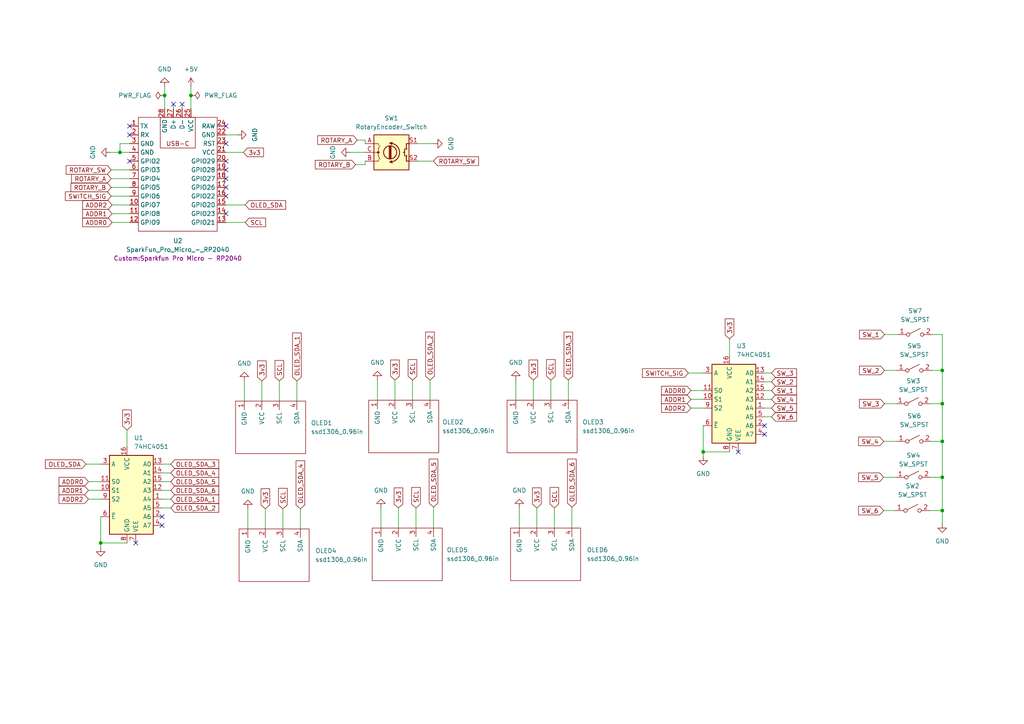
<source format=kicad_sch>
(kicad_sch (version 20211123) (generator eeschema)
  (paper "A4")
  (lib_symbols
    (symbol "74xx:74HC4051"
      (property "Reference" "U" (at -5.08 11.43 0))
      (property "Value" "74HC4051" (at -7.62 -13.97 0))
      (symbol "74HC4051_0_1"
        (rectangle (start -5.08 10.16) (end 7.62 -12.7) (stroke (width 0.254)) (fill (type background)))
      )
      (symbol "74HC4051_1_1"
        (pin passive line (at 10.16 -2.54 180) (length 2.54) (name "A4") (number "1"))
        (pin input line (at -7.62 0 0) (length 2.54) (name "S1") (number "10"))
        (pin input line (at -7.62 2.54 0) (length 2.54) (name "S0") (number "11"))
        (pin passive line (at 10.16 0 180) (length 2.54) (name "A3") (number "12"))
        (pin passive line (at 10.16 7.62 180) (length 2.54) (name "A0") (number "13"))
        (pin passive line (at 10.16 5.08 180) (length 2.54) (name "A1") (number "14"))
        (pin passive line (at 10.16 2.54 180) (length 2.54) (name "A2") (number "15"))
        (pin power_in line (at 0 12.7 270) (length 2.54) (name "VCC") (number "16"))
        (pin passive line (at 10.16 -7.62 180) (length 2.54) (name "A6") (number "2"))
        (pin passive line (at -7.62 7.62 0) (length 2.54) (name "A") (number "3"))
        (pin passive line (at 10.16 -10.16 180) (length 2.54) (name "A7") (number "4"))
        (pin passive line (at 10.16 -5.08 180) (length 2.54) (name "A5") (number "5"))
        (pin input line (at -7.62 -7.62 0) (length 2.54) (name "~{E}") (number "6"))
        (pin power_in line (at 2.54 -15.24 90) (length 2.54) (name "VEE") (number "7"))
        (pin power_in line (at 0 -15.24 90) (length 2.54) (name "GND") (number "8"))
        (pin input line (at -7.62 -2.54 0) (length 2.54) (name "S2") (number "9"))
      )
    )
    (symbol "Custom Library:SparkFun_Pro_Micro_-_RP2040"
      (property "Reference" "U" (at 0 26.67 0))
      (property "Value" "SparkFun_Pro_Micro_-_RP2040" (at 0 29.21 0))
      (property "Footprint" "Custom:Sparkfun Pro Micro - RP2040" (at 0 26.67 0))
      (symbol "SparkFun_Pro_Micro_-_RP2040_0_0"
        (text "USB-C" (at 0 8.89 0) (effects (font (size 1.27 1.27))))
      )
      (symbol "SparkFun_Pro_Micro_-_RP2040_0_1"
        (rectangle (start -11.43 16.51) (end 11.43 -16.51))
        (rectangle (start -5.08 16.51) (end 5.08 7.62))
      )
      (symbol "SparkFun_Pro_Micro_-_RP2040_1_1"
        (pin bidirectional line (at -13.97 13.97 0) (length 2.54) (name "TX") (number "1"))
        (pin bidirectional line (at -13.97 -8.89 0) (length 2.54) (name "GPIO7") (number "10"))
        (pin bidirectional line (at -13.97 -11.43 0) (length 2.54) (name "GPIO8") (number "11"))
        (pin bidirectional line (at -13.97 -13.97 0) (length 2.54) (name "GPIO9") (number "12"))
        (pin bidirectional line (at 13.97 -13.97 180) (length 2.54) (name "GPIO21") (number "13"))
        (pin bidirectional line (at 13.97 -11.43 180) (length 2.54) (name "GPIO23") (number "14"))
        (pin bidirectional line (at 13.97 -8.89 180) (length 2.54) (name "GPIO20") (number "15"))
        (pin bidirectional line (at 13.97 -6.35 180) (length 2.54) (name "GPIO22") (number "16"))
        (pin bidirectional line (at 13.97 -3.81 180) (length 2.54) (name "GPIO26") (number "17"))
        (pin bidirectional line (at 13.97 -1.27 180) (length 2.54) (name "GPIO27") (number "18"))
        (pin bidirectional line (at 13.97 1.27 180) (length 2.54) (name "GPIO28") (number "19"))
        (pin bidirectional line (at -13.97 11.43 0) (length 2.54) (name "RX") (number "2"))
        (pin bidirectional line (at 13.97 3.81 180) (length 2.54) (name "GPIO29") (number "20"))
        (pin power_out line (at 13.97 6.35 180) (length 2.54) (name "VCC") (number "21"))
        (pin power_in line (at 13.97 11.43 180) (length 2.54) (name "GND") (number "22"))
        (pin input line (at 13.97 8.89 180) (length 2.54) (name "RST") (number "23"))
        (pin power_out line (at 13.97 13.97 180) (length 2.54) (name "RAW") (number "24"))
        (pin power_in line (at 3.81 19.05 270) (length 2.54) (name "VCC") (number "25"))
        (pin input line (at 1.27 19.05 270) (length 2.54) (name "D-") (number "26"))
        (pin input line (at -1.27 19.05 270) (length 2.54) (name "D+") (number "27"))
        (pin power_in line (at -3.81 19.05 270) (length 2.54) (name "GND") (number "28"))
        (pin power_in line (at -13.97 8.89 0) (length 2.54) (name "GND") (number "3"))
        (pin power_in line (at -13.97 6.35 0) (length 2.54) (name "GND") (number "4"))
        (pin bidirectional line (at -13.97 3.81 0) (length 2.54) (name "GPIO2") (number "5"))
        (pin bidirectional line (at -13.97 1.27 0) (length 2.54) (name "GPIO3") (number "6"))
        (pin bidirectional line (at -13.97 -1.27 0) (length 2.54) (name "GPIO4") (number "7"))
        (pin bidirectional line (at -13.97 -3.81 0) (length 2.54) (name "GPIO5") (number "8"))
        (pin bidirectional line (at -13.97 -6.35 0) (length 2.54) (name "GPIO6") (number "9"))
      )
    )
    (symbol "Custom Library:ssd1306_0.96in"
      (property "Reference" "U" (at 10.16 -10.16 0))
      (property "Value" "ssd1306_0.96in" (at 10.16 -13.97 0))
      (symbol "ssd1306_0.96in_0_1"
        (rectangle (start 0 0) (end 20.32 -15.24))
      )
      (symbol "ssd1306_0.96in_1_1"
        (pin input line (at 2.54 0 270) (length 2.54) (name "GND") (number "1"))
        (pin input line (at 7.62 0 270) (length 2.54) (name "VCC") (number "2"))
        (pin input line (at 12.7 0 270) (length 2.54) (name "SCL") (number "3"))
        (pin input line (at 17.78 0 270) (length 2.54) (name "SDA") (number "4"))
      )
    )
    (symbol "Device:RotaryEncoder_Switch" (pin_names (offset 0.254) hide)
      (property "Reference" "SW" (at 0 6.604 0))
      (property "Value" "RotaryEncoder_Switch" (at 0 -6.604 0))
      (symbol "RotaryEncoder_Switch_0_1"
        (rectangle (start -5.08 5.08) (end 5.08 -5.08) (stroke (width 0.254)) (fill (type background)))
        (circle (center -3.81 0) (radius 0.254) (fill (type outline)))
        (arc (start -0.381 -2.794) (mid 2.3622 -0.0508) (end -0.381 2.667) (stroke (width 0.254)))
        (circle (center -0.381 0) (radius 1.905) (stroke (width 0.254)))
        (polyline (pts (xy -0.635 -1.778) (xy -0.635 1.778)) (stroke (width 0.254)))
        (polyline (pts (xy -0.381 -1.778) (xy -0.381 1.778)) (stroke (width 0.254)))
        (polyline (pts (xy -0.127 1.778) (xy -0.127 -1.778)) (stroke (width 0.254)))
        (polyline (pts (xy 3.81 0) (xy 3.429 0)) (stroke (width 0.254)))
        (polyline (pts (xy 3.81 1.016) (xy 3.81 -1.016)) (stroke (width 0.254)))
        (polyline (pts (xy -5.08 -2.54) (xy -3.81 -2.54) (xy -3.81 -2.032)))
        (polyline (pts (xy -5.08 2.54) (xy -3.81 2.54) (xy -3.81 2.032)))
        (polyline (pts (xy 0.254 -3.048) (xy -0.508 -2.794) (xy 0.127 -2.413)) (stroke (width 0.254)))
        (polyline (pts (xy 0.254 2.921) (xy -0.508 2.667) (xy 0.127 2.286)) (stroke (width 0.254)))
        (polyline (pts (xy 5.08 -2.54) (xy 4.318 -2.54) (xy 4.318 -1.016)) (stroke (width 0.254)))
        (polyline (pts (xy 5.08 2.54) (xy 4.318 2.54) (xy 4.318 1.016)) (stroke (width 0.254)))
        (polyline (pts (xy -5.08 0) (xy -3.81 0) (xy -3.81 -1.016) (xy -3.302 -2.032)))
        (polyline (pts (xy -4.318 0) (xy -3.81 0) (xy -3.81 1.016) (xy -3.302 2.032)))
        (circle (center 4.318 -1.016) (radius 0.127) (stroke (width 0.254)))
        (circle (center 4.318 1.016) (radius 0.127) (stroke (width 0.254)))
      )
      (symbol "RotaryEncoder_Switch_1_1"
        (pin passive line (at -7.62 2.54 0) (length 2.54) (name "A") (number "A"))
        (pin passive line (at -7.62 -2.54 0) (length 2.54) (name "B") (number "B"))
        (pin passive line (at -7.62 0 0) (length 2.54) (name "C") (number "C"))
        (pin passive line (at 7.62 2.54 180) (length 2.54) (name "S1") (number "S1"))
        (pin passive line (at 7.62 -2.54 180) (length 2.54) (name "S2") (number "S2"))
      )
    )
    (symbol "Switch:SW_SPST" (pin_names (offset 0) hide)
      (property "Reference" "SW" (at 0 3.175 0))
      (property "Value" "SW_SPST" (at 0 -2.54 0))
      (symbol "SW_SPST_0_0"
        (circle (center -2.032 0) (radius 0.508))
        (polyline (pts (xy -1.524 0.254) (xy 1.524 1.778)))
        (circle (center 2.032 0) (radius 0.508))
      )
      (symbol "SW_SPST_1_1"
        (pin passive line (at -5.08 0 0) (length 2.54) (name "A") (number "1"))
        (pin passive line (at 5.08 0 180) (length 2.54) (name "B") (number "2"))
      )
    )
    (symbol "power:+5V" (power) (pin_names (offset 0))
      (property "Value" "+5V" (at 0 3.556 0))
      (symbol "+5V_0_1"
        (polyline (pts (xy -0.762 1.27) (xy 0 2.54)))
        (polyline (pts (xy 0 0) (xy 0 2.54)))
        (polyline (pts (xy 0 2.54) (xy 0.762 1.27)))
      )
      (symbol "+5V_1_1"
        (pin power_in line (at 0 0 90) (length 0) hide (name "+5V") (number "1"))
      )
    )
    (symbol "power:GND" (power) (pin_names (offset 0))
      (property "Value" "GND" (at 0 -3.81 0))
      (symbol "GND_0_1"
        (polyline (pts (xy 0 0) (xy 0 -1.27) (xy 1.27 -1.27) (xy 0 -2.54) (xy -1.27 -1.27) (xy 0 -1.27)))
      )
      (symbol "GND_1_1"
        (pin power_in line (at 0 0 270) (length 0) hide (name "GND") (number "1"))
      )
    )
    (symbol "power:PWR_FLAG" (power) (pin_numbers hide) (pin_names (offset 0) hide)
      (property "Value" "PWR_FLAG" (at 0 3.81 0))
      (symbol "PWR_FLAG_0_0"
        (pin power_out line (at 0 0 90) (length 0) (name "pwr") (number "1"))
      )
      (symbol "PWR_FLAG_0_1"
        (polyline (pts (xy 0 0) (xy 0 1.27) (xy -1.016 1.905) (xy 0 2.54) (xy 1.016 1.905) (xy 0 1.27)))
      )
    )
  )
  (junction (at 34.798 44.196))
  (junction (at 203.962 131.064))
  (junction (at 273.304 107.442))
  (junction (at 29.21 157.48))
  (junction (at 55.372 27.686))
  (junction (at 47.752 27.686))
  (junction (at 273.304 128.016))
  (junction (at 273.304 117.094))
  (junction (at 273.304 148.082))
  (junction (at 273.304 138.43))
  (no_connect (at 52.832 30.226))
  (no_connect (at 37.592 36.576))
  (no_connect (at 221.742 125.984))
  (no_connect (at 65.532 61.976))
  (no_connect (at 39.37 157.48))
  (no_connect (at 221.742 123.444))
  (no_connect (at 214.122 131.064))
  (no_connect (at 50.292 30.226))
  (no_connect (at 65.532 56.896))
  (no_connect (at 65.532 51.816))
  (no_connect (at 46.99 149.86))
  (no_connect (at 37.592 39.116))
  (no_connect (at 65.532 41.656))
  (no_connect (at 46.99 152.4))
  (no_connect (at 65.532 54.356))
  (no_connect (at 37.592 46.736))
  (no_connect (at 65.532 49.276))
  (no_connect (at 65.532 36.576))
  (no_connect (at 65.532 46.736))
  (wire (pts (xy 121.158 46.736) (xy 125.73 46.736)))
  (wire (pts (xy 32.512 61.976) (xy 37.592 61.976)))
  (wire (pts (xy 221.742 118.364) (xy 223.774 118.364)))
  (wire (pts (xy 200.406 113.284) (xy 203.962 113.284)))
  (wire (pts (xy 211.582 98.298) (xy 211.582 103.124)))
  (wire (pts (xy 32.004 44.196) (xy 34.798 44.196)))
  (wire (pts (xy 256.54 117.094) (xy 259.842 117.094)))
  (wire (pts (xy 29.21 149.86) (xy 29.21 157.48)))
  (wire (pts (xy 36.83 157.48) (xy 29.21 157.48)))
  (wire (pts (xy 47.752 25.146) (xy 47.752 27.686)))
  (wire (pts (xy 273.304 128.016) (xy 273.304 138.43)))
  (wire (pts (xy 270.51 97.028) (xy 273.304 97.028)))
  (wire (pts (xy 65.532 59.436) (xy 71.12 59.436)))
  (wire (pts (xy 55.372 27.686) (xy 55.372 31.496)))
  (wire (pts (xy 46.99 134.62) (xy 49.53 134.62)))
  (wire (pts (xy 154.686 110.236) (xy 154.686 116.078)))
  (wire (pts (xy 221.742 110.744) (xy 223.774 110.744)))
  (wire (pts (xy 159.766 110.236) (xy 159.766 116.078)))
  (wire (pts (xy 87.122 147.574) (xy 87.122 153.416)))
  (wire (pts (xy 46.99 147.32) (xy 49.53 147.32)))
  (wire (pts (xy 24.892 134.62) (xy 29.21 134.62)))
  (wire (pts (xy 256.54 97.028) (xy 260.35 97.028)))
  (wire (pts (xy 46.99 142.24) (xy 49.53 142.24)))
  (wire (pts (xy 119.634 110.236) (xy 119.634 116.078)))
  (wire (pts (xy 25.654 142.24) (xy 29.21 142.24)))
  (wire (pts (xy 32.258 49.276) (xy 37.592 49.276)))
  (wire (pts (xy 256.54 107.442) (xy 260.096 107.442)))
  (wire (pts (xy 155.702 147.32) (xy 155.702 153.162)))
  (wire (pts (xy 81.026 110.49) (xy 81.026 116.332)))
  (wire (pts (xy 29.21 157.48) (xy 29.21 158.75)))
  (wire (pts (xy 65.532 44.196) (xy 70.612 44.196)))
  (wire (pts (xy 221.742 120.904) (xy 223.774 120.904)))
  (wire (pts (xy 273.304 107.442) (xy 273.304 117.094)))
  (wire (pts (xy 101.6 44.196) (xy 105.918 44.196)))
  (wire (pts (xy 25.654 144.78) (xy 29.21 144.78)))
  (wire (pts (xy 200.406 115.824) (xy 203.962 115.824)))
  (wire (pts (xy 211.582 131.064) (xy 203.962 131.064)))
  (wire (pts (xy 165.862 147.066) (xy 165.862 153.162)))
  (wire (pts (xy 103.124 47.752) (xy 105.918 47.752)))
  (wire (pts (xy 86.106 110.49) (xy 86.106 116.332)))
  (wire (pts (xy 82.042 147.574) (xy 82.042 153.416)))
  (wire (pts (xy 71.882 147.574) (xy 71.882 153.416)))
  (wire (pts (xy 270.002 138.43) (xy 273.304 138.43)))
  (wire (pts (xy 105.918 41.656) (xy 105.918 40.64)))
  (wire (pts (xy 160.782 147.32) (xy 160.782 153.162)))
  (wire (pts (xy 270.256 128.016) (xy 273.304 128.016)))
  (wire (pts (xy 273.304 97.028) (xy 273.304 107.442)))
  (wire (pts (xy 46.99 137.16) (xy 49.53 137.16)))
  (wire (pts (xy 75.946 110.49) (xy 75.946 116.332)))
  (wire (pts (xy 164.846 110.236) (xy 164.846 116.078)))
  (wire (pts (xy 150.622 147.32) (xy 150.622 153.162)))
  (wire (pts (xy 124.714 110.236) (xy 124.714 116.078)))
  (wire (pts (xy 52.832 30.226) (xy 52.832 31.496)))
  (wire (pts (xy 25.654 139.7) (xy 29.21 139.7)))
  (wire (pts (xy 269.748 148.082) (xy 273.304 148.082)))
  (wire (pts (xy 270.002 117.094) (xy 273.304 117.094)))
  (wire (pts (xy 34.798 44.196) (xy 37.592 44.196)))
  (wire (pts (xy 65.532 64.516) (xy 71.12 64.516)))
  (wire (pts (xy 125.73 147.066) (xy 125.73 153.162)))
  (wire (pts (xy 115.57 147.32) (xy 115.57 153.162)))
  (wire (pts (xy 46.99 144.78) (xy 49.53 144.78)))
  (wire (pts (xy 46.99 139.7) (xy 49.53 139.7)))
  (wire (pts (xy 110.49 147.32) (xy 110.49 153.162)))
  (wire (pts (xy 120.65 147.32) (xy 120.65 153.162)))
  (wire (pts (xy 200.406 118.364) (xy 203.962 118.364)))
  (wire (pts (xy 105.918 47.752) (xy 105.918 46.736)))
  (wire (pts (xy 203.962 123.444) (xy 203.962 131.064)))
  (wire (pts (xy 32.258 54.356) (xy 37.592 54.356)))
  (wire (pts (xy 32.512 59.436) (xy 37.592 59.436)))
  (wire (pts (xy 36.83 124.714) (xy 36.83 129.54)))
  (wire (pts (xy 256.286 148.082) (xy 259.588 148.082)))
  (wire (pts (xy 203.962 131.064) (xy 203.962 132.334)))
  (wire (pts (xy 32.258 51.816) (xy 37.592 51.816)))
  (wire (pts (xy 273.304 138.43) (xy 273.304 148.082)))
  (wire (pts (xy 273.304 148.082) (xy 273.304 151.892)))
  (wire (pts (xy 256.286 138.43) (xy 259.842 138.43)))
  (wire (pts (xy 273.304 117.094) (xy 273.304 128.016)))
  (wire (pts (xy 47.752 27.686) (xy 47.752 31.496)))
  (wire (pts (xy 37.592 41.656) (xy 34.798 41.656)))
  (wire (pts (xy 55.372 25.146) (xy 55.372 27.686)))
  (wire (pts (xy 221.742 108.204) (xy 223.774 108.204)))
  (wire (pts (xy 34.798 41.656) (xy 34.798 44.196)))
  (wire (pts (xy 76.962 147.574) (xy 76.962 153.416)))
  (wire (pts (xy 149.606 110.236) (xy 149.606 116.078)))
  (wire (pts (xy 221.742 113.284) (xy 223.774 113.284)))
  (wire (pts (xy 270.256 107.442) (xy 273.304 107.442)))
  (wire (pts (xy 105.918 40.64) (xy 103.632 40.64)))
  (wire (pts (xy 70.866 110.49) (xy 70.866 116.332)))
  (wire (pts (xy 65.532 39.116) (xy 68.834 39.116)))
  (wire (pts (xy 50.292 30.226) (xy 50.292 31.496)))
  (wire (pts (xy 32.512 64.516) (xy 37.592 64.516)))
  (wire (pts (xy 121.158 41.656) (xy 125.73 41.656)))
  (wire (pts (xy 109.474 110.236) (xy 109.474 116.078)))
  (wire (pts (xy 32.258 56.896) (xy 37.592 56.896)))
  (wire (pts (xy 221.742 115.824) (xy 223.774 115.824)))
  (wire (pts (xy 114.554 110.236) (xy 114.554 116.078)))
  (wire (pts (xy 199.644 108.204) (xy 203.962 108.204)))
  (wire (pts (xy 256.286 128.016) (xy 260.096 128.016)))
  (global_label "ROTARY_B" (shape input) (at 103.124 47.752 180) (property "Intersheet References" "${INTERSHEET_REFS}" (effects hide)))
  (global_label "ROTARY_A" (shape input) (at 103.632 40.64 180) (property "Intersheet References" "${INTERSHEET_REFS}" (effects hide)))
  (global_label "3v3" (shape input) (at 75.946 110.49 90) (property "Intersheet References" "${INTERSHEET_REFS}" (effects hide)))
  (global_label "SW_6" (shape input) (at 223.774 120.904 0) (property "Intersheet References" "${INTERSHEET_REFS}" (effects hide)))
  (global_label "SW_5" (shape input) (at 256.286 138.43 180) (property "Intersheet References" "${INTERSHEET_REFS}" (effects hide)))
  (global_label "ROTARY_A" (shape input) (at 32.258 51.816 180) (property "Intersheet References" "${INTERSHEET_REFS}" (effects hide)))
  (global_label "OLED_SDA_5" (shape input) (at 49.53 139.7 0) (property "Intersheet References" "${INTERSHEET_REFS}" (effects hide)))
  (global_label "SCL" (shape input) (at 82.042 147.574 90) (property "Intersheet References" "${INTERSHEET_REFS}" (effects hide)))
  (global_label "SW_4" (shape input) (at 223.774 115.824 0) (property "Intersheet References" "${INTERSHEET_REFS}" (effects hide)))
  (global_label "SCL" (shape input) (at 160.782 147.32 90) (property "Intersheet References" "${INTERSHEET_REFS}" (effects hide)))
  (global_label "OLED_SDA_6" (shape input) (at 165.862 147.066 90) (property "Intersheet References" "${INTERSHEET_REFS}" (effects hide)))
  (global_label "3v3" (shape input) (at 36.83 124.714 90) (property "Intersheet References" "${INTERSHEET_REFS}" (effects hide)))
  (global_label "3v3" (shape input) (at 70.612 44.196 0) (property "Intersheet References" "${INTERSHEET_REFS}" (effects hide)))
  (global_label "OLED_SDA" (shape input) (at 71.12 59.436 0) (property "Intersheet References" "${INTERSHEET_REFS}" (effects hide)))
  (global_label "ADDR0" (shape input) (at 25.654 139.7 180) (property "Intersheet References" "${INTERSHEET_REFS}" (effects hide)))
  (global_label "SW_3" (shape input) (at 256.54 117.094 180) (property "Intersheet References" "${INTERSHEET_REFS}" (effects hide)))
  (global_label "SW_1" (shape input) (at 223.774 113.284 0) (property "Intersheet References" "${INTERSHEET_REFS}" (effects hide)))
  (global_label "ROTARY_B" (shape input) (at 32.258 54.356 180) (property "Intersheet References" "${INTERSHEET_REFS}" (effects hide)))
  (global_label "OLED_SDA_5" (shape input) (at 125.73 147.066 90) (property "Intersheet References" "${INTERSHEET_REFS}" (effects hide)))
  (global_label "OLED_SDA_4" (shape input) (at 87.122 147.574 90) (property "Intersheet References" "${INTERSHEET_REFS}" (effects hide)))
  (global_label "SCL" (shape input) (at 81.026 110.49 90) (property "Intersheet References" "${INTERSHEET_REFS}" (effects hide)))
  (global_label "OLED_SDA_2" (shape input) (at 124.714 110.236 90) (property "Intersheet References" "${INTERSHEET_REFS}" (effects hide)))
  (global_label "SW_4" (shape input) (at 256.286 128.016 180) (property "Intersheet References" "${INTERSHEET_REFS}" (effects hide)))
  (global_label "OLED_SDA_1" (shape input) (at 49.53 144.78 0) (property "Intersheet References" "${INTERSHEET_REFS}" (effects hide)))
  (global_label "SW_6" (shape input) (at 256.286 148.082 180) (property "Intersheet References" "${INTERSHEET_REFS}" (effects hide)))
  (global_label "ROTARY_SW" (shape input) (at 125.73 46.736 0) (property "Intersheet References" "${INTERSHEET_REFS}" (effects hide)))
  (global_label "SWITCH_SIG" (shape input) (at 32.258 56.896 180) (property "Intersheet References" "${INTERSHEET_REFS}" (effects hide)))
  (global_label "ADDR2" (shape input) (at 25.654 144.78 180) (property "Intersheet References" "${INTERSHEET_REFS}" (effects hide)))
  (global_label "SCL" (shape input) (at 159.766 110.236 90) (property "Intersheet References" "${INTERSHEET_REFS}" (effects hide)))
  (global_label "SW_1" (shape input) (at 256.54 97.028 180) (property "Intersheet References" "${INTERSHEET_REFS}" (effects hide)))
  (global_label "ROTARY_SW" (shape input) (at 32.258 49.276 180) (property "Intersheet References" "${INTERSHEET_REFS}" (effects hide)))
  (global_label "3v3" (shape input) (at 76.962 147.574 90) (property "Intersheet References" "${INTERSHEET_REFS}" (effects hide)))
  (global_label "3v3" (shape input) (at 211.582 98.298 90) (property "Intersheet References" "${INTERSHEET_REFS}" (effects hide)))
  (global_label "ADDR1" (shape input) (at 25.654 142.24 180) (property "Intersheet References" "${INTERSHEET_REFS}" (effects hide)))
  (global_label "SW_2" (shape input) (at 223.774 110.744 0) (property "Intersheet References" "${INTERSHEET_REFS}" (effects hide)))
  (global_label "SCL" (shape input) (at 119.634 110.236 90) (property "Intersheet References" "${INTERSHEET_REFS}" (effects hide)))
  (global_label "ADDR2" (shape input) (at 32.512 59.436 180) (property "Intersheet References" "${INTERSHEET_REFS}" (effects hide)))
  (global_label "ADDR0" (shape input) (at 200.406 113.284 180) (property "Intersheet References" "${INTERSHEET_REFS}" (effects hide)))
  (global_label "3v3" (shape input) (at 154.686 110.236 90) (property "Intersheet References" "${INTERSHEET_REFS}" (effects hide)))
  (global_label "SW_2" (shape input) (at 256.54 107.442 180) (property "Intersheet References" "${INTERSHEET_REFS}" (effects hide)))
  (global_label "OLED_SDA_3" (shape input) (at 49.53 134.62 0) (property "Intersheet References" "${INTERSHEET_REFS}" (effects hide)))
  (global_label "3v3" (shape input) (at 114.554 110.236 90) (property "Intersheet References" "${INTERSHEET_REFS}" (effects hide)))
  (global_label "OLED_SDA_3" (shape input) (at 164.846 110.236 90) (property "Intersheet References" "${INTERSHEET_REFS}" (effects hide)))
  (global_label "SCL" (shape input) (at 71.12 64.516 0) (property "Intersheet References" "${INTERSHEET_REFS}" (effects hide)))
  (global_label "ADDR0" (shape input) (at 32.512 64.516 180) (property "Intersheet References" "${INTERSHEET_REFS}" (effects hide)))
  (global_label "ADDR2" (shape input) (at 200.406 118.364 180) (property "Intersheet References" "${INTERSHEET_REFS}" (effects hide)))
  (global_label "OLED_SDA_1" (shape input) (at 86.106 110.49 90) (property "Intersheet References" "${INTERSHEET_REFS}" (effects hide)))
  (global_label "OLED_SDA" (shape input) (at 24.892 134.62 180) (property "Intersheet References" "${INTERSHEET_REFS}" (effects hide)))
  (global_label "OLED_SDA_6" (shape input) (at 49.53 142.24 0) (property "Intersheet References" "${INTERSHEET_REFS}" (effects hide)))
  (global_label "3v3" (shape input) (at 115.57 147.32 90) (property "Intersheet References" "${INTERSHEET_REFS}" (effects hide)))
  (global_label "SW_5" (shape input) (at 223.774 118.364 0) (property "Intersheet References" "${INTERSHEET_REFS}" (effects hide)))
  (global_label "OLED_SDA_2" (shape input) (at 49.53 147.32 0) (property "Intersheet References" "${INTERSHEET_REFS}" (effects hide)))
  (global_label "SCL" (shape input) (at 120.65 147.32 90) (property "Intersheet References" "${INTERSHEET_REFS}" (effects hide)))
  (global_label "3v3" (shape input) (at 155.702 147.32 90) (property "Intersheet References" "${INTERSHEET_REFS}" (effects hide)))
  (global_label "ADDR1" (shape input) (at 32.512 61.976 180) (property "Intersheet References" "${INTERSHEET_REFS}" (effects hide)))
  (global_label "ADDR1" (shape input) (at 200.406 115.824 180) (property "Intersheet References" "${INTERSHEET_REFS}" (effects hide)))
  (global_label "SWITCH_SIG" (shape input) (at 199.644 108.204 180) (property "Intersheet References" "${INTERSHEET_REFS}" (effects hide)))
  (global_label "OLED_SDA_4" (shape input) (at 49.53 137.16 0) (property "Intersheet References" "${INTERSHEET_REFS}" (effects hide)))
  (global_label "SW_3" (shape input) (at 223.774 108.204 0) (property "Intersheet References" "${INTERSHEET_REFS}" (effects hide)))
  (symbol (lib_id "power:GND") (at 32.004 44.196 270) (unit 1)
    (property "Reference" "#PWR02" (effects hide))
    (property "Value" "GND" (at 26.924 44.196 0))
  )
  (symbol (lib_id "Custom Library:ssd1306_0.96in") (at 68.326 116.332 0) (unit 1)
    (property "Reference" "OLED1" (at 90.17 122.6819 0) (effects (justify left)))
    (property "Value" "ssd1306_0.96in" (at 90.17 125.2219 0) (effects (justify left)))
    (property "Footprint" "Custom:SSD1306_0.96in" (effects hide))
  )
  (symbol (lib_id "power:PWR_FLAG") (at 55.372 27.686 270) (unit 1)
    (property "Reference" "#FLG02" (effects hide))
    (property "Value" "PWR_FLAG" (at 59.182 27.6859 90) (effects (justify left)))
  )
  (symbol (lib_id "power:GND") (at 149.606 110.236 180) (unit 1)
    (property "Reference" "#PWR012" (effects hide))
    (property "Value" "GND" (at 149.606 105.156 0))
  )
  (symbol (lib_id "power:GND") (at 150.622 147.32 180) (unit 1)
    (property "Reference" "#PWR013" (effects hide))
    (property "Value" "GND" (at 150.622 142.24 0))
  )
  (symbol (lib_id "power:GND") (at 109.474 110.236 180) (unit 1)
    (property "Reference" "#PWR09" (effects hide))
    (property "Value" "GND" (at 109.474 105.156 0))
  )
  (symbol (lib_id "Custom Library:ssd1306_0.96in") (at 147.066 116.078 0) (unit 1)
    (property "Reference" "OLED3" (at 168.91 122.4279 0) (effects (justify left)))
    (property "Value" "ssd1306_0.96in" (at 168.91 124.9679 0) (effects (justify left)))
    (property "Footprint" "Custom:SSD1306_0.96in" (effects hide))
  )
  (symbol (lib_id "power:GND") (at 110.49 147.32 180) (unit 1)
    (property "Reference" "#PWR010" (effects hide))
    (property "Value" "GND" (at 110.49 142.24 0))
  )
  (symbol (lib_id "Custom Library:ssd1306_0.96in") (at 106.934 116.078 0) (unit 1)
    (property "Reference" "OLED2" (at 128.27 122.4279 0) (effects (justify left)))
    (property "Value" "ssd1306_0.96in" (at 128.27 124.9679 0) (effects (justify left)))
    (property "Footprint" "Custom:SSD1306_0.96in" (effects hide))
  )
  (symbol (lib_id "Custom Library:ssd1306_0.96in") (at 69.342 153.416 0) (unit 1)
    (property "Reference" "OLED4" (at 91.44 159.7659 0) (effects (justify left)))
    (property "Value" "ssd1306_0.96in" (at 91.44 162.3059 0) (effects (justify left)))
    (property "Footprint" "Custom:SSD1306_0.96in" (effects hide))
  )
  (symbol (lib_id "Custom Library:ssd1306_0.96in") (at 107.95 153.162 0) (unit 1)
    (property "Reference" "OLED5" (at 129.54 159.5119 0) (effects (justify left)))
    (property "Value" "ssd1306_0.96in" (at 129.54 162.0519 0) (effects (justify left)))
    (property "Footprint" "Custom:SSD1306_0.96in" (effects hide))
  )
  (symbol (lib_id "Custom Library:SparkFun_Pro_Micro_-_RP2040") (at 51.562 50.546 0) (unit 1)
    (property "Reference" "U2" (at 51.562 69.85 0))
    (property "Value" "SparkFun_Pro_Micro_-_RP2040" (at 51.562 72.39 0))
    (property "Footprint" "Custom:Sparkfun Pro Micro - RP2040" (at 51.562 74.93 0))
  )
  (symbol (lib_id "power:GND") (at 70.866 110.49 180) (unit 1)
    (property "Reference" "#PWR06" (effects hide))
    (property "Value" "GND" (at 70.866 105.41 0))
  )
  (symbol (lib_id "Switch:SW_SPST") (at 264.922 138.43 0) (unit 1)
    (property "Reference" "SW4" (at 264.922 132.08 0))
    (property "Value" "SW_SPST" (at 264.922 134.62 0))
    (property "Footprint" "Button_Switch_THT:SW_PUSH_6mm_H4.3mm" (effects hide))
  )
  (symbol (lib_id "Switch:SW_SPST") (at 265.176 128.016 0) (unit 1)
    (property "Reference" "SW6" (at 265.176 120.65 0))
    (property "Value" "SW_SPST" (at 265.176 123.19 0))
    (property "Footprint" "Button_Switch_THT:SW_PUSH_6mm_H4.3mm" (effects hide))
  )
  (symbol (lib_id "Switch:SW_SPST") (at 264.668 148.082 0) (unit 1)
    (property "Reference" "SW2" (at 264.668 140.97 0))
    (property "Value" "SW_SPST" (at 264.668 143.51 0))
    (property "Footprint" "Button_Switch_THT:SW_PUSH_6mm_H4.3mm" (effects hide))
  )
  (symbol (lib_id "Device:RotaryEncoder_Switch") (at 113.538 44.196 0) (unit 1)
    (property "Reference" "SW1" (at 113.538 34.29 0))
    (property "Value" "RotaryEncoder_Switch" (at 113.538 36.83 0))
    (property "Footprint" "Rotary_Encoder:RotaryEncoder_Alps_EC11E-Switch_Vertical_H20mm" (effects hide))
  )
  (symbol (lib_id "power:GND") (at 68.834 39.116 90) (unit 1)
    (property "Reference" "#PWR0101" (effects hide))
    (property "Value" "GND" (at 73.914 39.116 0))
  )
  (symbol (lib_id "Switch:SW_SPST") (at 265.43 97.028 0) (unit 1)
    (property "Reference" "SW7" (at 265.43 90.17 0))
    (property "Value" "SW_SPST" (at 265.43 92.71 0))
    (property "Footprint" "Button_Switch_THT:SW_PUSH_6mm_H4.3mm" (effects hide))
  )
  (symbol (lib_id "74xx:74HC4051") (at 36.83 142.24 0) (unit 1)
    (property "Reference" "U1" (at 38.8494 127 0) (effects (justify left)))
    (property "Value" "74HC4051" (at 38.8494 129.54 0) (effects (justify left)))
    (property "Footprint" "Package_DIP:DIP-16_W7.62mm" (effects hide))
    (property "Datasheet" "http://www.ti.com/lit/ds/symlink/cd74hc4051.pdf" (effects hide))
  )
  (symbol (lib_id "power:GND") (at 29.21 158.75 0) (unit 1)
    (property "Reference" "#PWR01" (effects hide))
    (property "Value" "GND" (at 29.21 163.83 0))
  )
  (symbol (lib_id "power:GND") (at 101.6 44.196 270) (unit 1)
    (property "Reference" "#PWR08" (effects hide))
    (property "Value" "GND" (at 96.52 44.196 0))
  )
  (symbol (lib_id "power:GND") (at 47.752 25.146 180) (unit 1)
    (property "Reference" "#PWR04" (effects hide))
    (property "Value" "GND" (at 47.752 20.066 0))
  )
  (symbol (lib_id "Switch:SW_SPST") (at 264.922 117.094 0) (unit 1)
    (property "Reference" "SW3" (at 264.922 110.49 0))
    (property "Value" "SW_SPST" (at 264.922 113.03 0))
    (property "Footprint" "Button_Switch_THT:SW_PUSH_6mm_H4.3mm" (effects hide))
  )
  (symbol (lib_id "power:PWR_FLAG") (at 47.752 27.686 90) (unit 1)
    (property "Reference" "#FLG01" (effects hide))
    (property "Value" "PWR_FLAG" (at 43.942 27.6859 90) (effects (justify left)))
  )
  (symbol (lib_id "power:GND") (at 125.73 41.656 90) (unit 1)
    (property "Reference" "#PWR011" (effects hide))
    (property "Value" "GND" (at 130.81 41.656 0))
  )
  (symbol (lib_id "power:+5V") (at 55.372 25.146 0) (unit 1)
    (property "Reference" "#PWR05" (effects hide))
    (property "Value" "+5V" (at 55.372 20.066 0))
  )
  (symbol (lib_id "Custom Library:ssd1306_0.96in") (at 148.082 153.162 0) (unit 1)
    (property "Reference" "OLED6" (at 170.18 159.5119 0) (effects (justify left)))
    (property "Value" "ssd1306_0.96in" (at 170.18 162.0519 0) (effects (justify left)))
    (property "Footprint" "Custom:SSD1306_0.96in" (effects hide))
  )
  (symbol (lib_id "74xx:74HC4051") (at 211.582 115.824 0) (unit 1)
    (property "Reference" "U3" (at 213.6014 100.33 0) (effects (justify left)))
    (property "Value" "74HC4051" (at 213.6014 102.87 0) (effects (justify left)))
    (property "Footprint" "Package_DIP:DIP-16_W7.62mm" (effects hide))
    (property "Datasheet" "http://www.ti.com/lit/ds/symlink/cd74hc4051.pdf" (effects hide))
  )
  (symbol (lib_id "Switch:SW_SPST") (at 265.176 107.442 0) (unit 1)
    (property "Reference" "SW5" (at 265.176 100.33 0))
    (property "Value" "SW_SPST" (at 265.176 102.87 0))
    (property "Footprint" "Button_Switch_THT:SW_PUSH_6mm_H4.3mm" (effects hide))
  )
  (symbol (lib_id "power:GND") (at 273.304 151.892 0) (unit 1)
    (property "Reference" "#PWR016" (effects hide))
    (property "Value" "GND" (at 273.304 156.972 0))
  )
  (symbol (lib_id "power:GND") (at 203.962 132.334 0) (unit 1)
    (property "Reference" "#PWR014" (effects hide))
    (property "Value" "GND" (at 203.962 137.414 0))
  )
  (symbol (lib_id "power:GND") (at 71.882 147.574 180) (unit 1)
    (property "Reference" "#PWR07" (effects hide))
    (property "Value" "GND" (at 71.882 142.494 0))
  )
)
</source>
